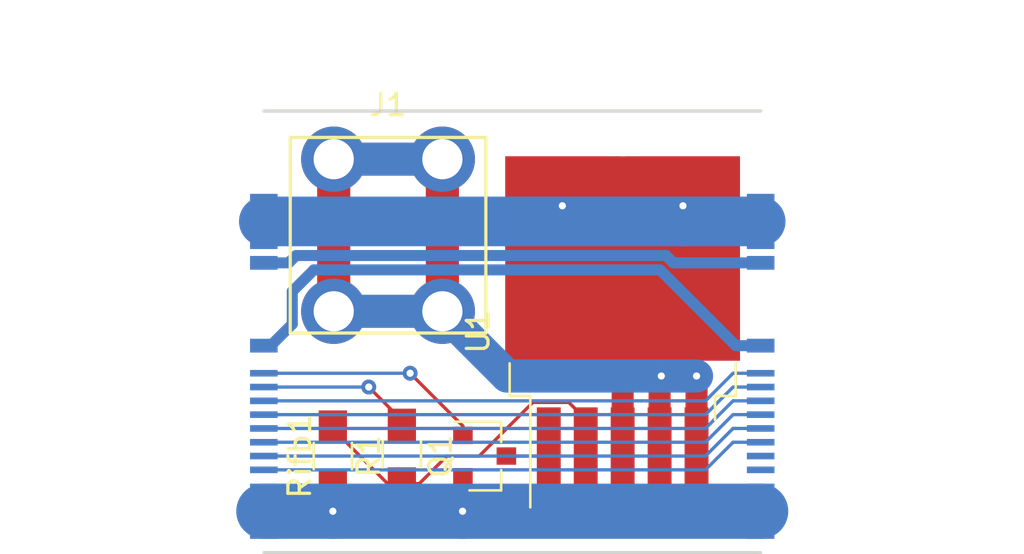
<source format=kicad_pcb>
(kicad_pcb (version 4) (host pcbnew 4.0.7-e2-6376~58~ubuntu16.04.1)

  (general
    (links 28)
    (no_connects 0)
    (area 119.152599 103.2126 166.597401 126.7574)
    (thickness 1.6)
    (drawings 3)
    (tracks 80)
    (zones 0)
    (modules 7)
    (nets 16)
  )

  (page A4)
  (layers
    (0 F.Cu signal)
    (31 B.Cu signal)
    (36 B.SilkS user)
    (37 F.SilkS user)
    (38 B.Mask user)
    (39 F.Mask user)
    (44 Edge.Cuts user)
    (49 F.Fab user)
  )

  (setup
    (last_trace_width 0.1524)
    (trace_clearance 0.1524)
    (zone_clearance 0.508)
    (zone_45_only no)
    (trace_min 0.1524)
    (segment_width 0.2)
    (edge_width 0.15)
    (via_size 0.6858)
    (via_drill 0.3302)
    (via_min_size 0.6858)
    (via_min_drill 0.3302)
    (uvia_size 0.6858)
    (uvia_drill 0.3302)
    (uvias_allowed no)
    (uvia_min_size 0)
    (uvia_min_drill 0)
    (pcb_text_width 0.3)
    (pcb_text_size 1.5 1.5)
    (mod_edge_width 0.15)
    (mod_text_size 1 1)
    (mod_text_width 0.15)
    (pad_size 1.524 1.524)
    (pad_drill 0.762)
    (pad_to_mask_clearance 0.0508)
    (aux_axis_origin 131.445 123.19)
    (visible_elements FFFFFF7F)
    (pcbplotparams
      (layerselection 0x010f0_80000001)
      (usegerberextensions false)
      (excludeedgelayer true)
      (linewidth 0.100000)
      (plotframeref false)
      (viasonmask false)
      (mode 1)
      (useauxorigin true)
      (hpglpennumber 1)
      (hpglpenspeed 20)
      (hpglpendiameter 15)
      (hpglpenoverlay 2)
      (psnegative false)
      (psa4output false)
      (plotreference true)
      (plotvalue true)
      (plotinvisibletext false)
      (padsonsilk false)
      (subtractmaskfromsilk false)
      (outputformat 1)
      (mirror false)
      (drillshape 0)
      (scaleselection 1)
      (outputdirectory gbr))
  )

  (net 0 "")
  (net 1 "Net-(J1-Pad1)")
  (net 2 "Net-(Q1-Pad1)")
  (net 3 GND)
  (net 4 "Net-(Q1-Pad3)")
  (net 5 "Net-(R1-Pad1)")
  (net 6 "Net-(R1-Pad2)")
  (net 7 +12V)
  (net 8 "Net-(X1-Pad3)")
  (net 9 "Net-(X1-Pad7)")
  (net 10 "Net-(X1-Pad8)")
  (net 11 "Net-(X1-Pad9)")
  (net 12 "Net-(X1-Pad10)")
  (net 13 "Net-(X1-Pad11)")
  (net 14 "Net-(X1-Pad12)")
  (net 15 VCC)

  (net_class Default "This is the default net class."
    (clearance 0.1524)
    (trace_width 0.1524)
    (via_dia 0.6858)
    (via_drill 0.3302)
    (uvia_dia 0.6858)
    (uvia_drill 0.3302)
    (add_net +12V)
    (add_net GND)
    (add_net "Net-(J1-Pad1)")
    (add_net "Net-(Q1-Pad1)")
    (add_net "Net-(Q1-Pad3)")
    (add_net "Net-(R1-Pad1)")
    (add_net "Net-(R1-Pad2)")
    (add_net "Net-(X1-Pad10)")
    (add_net "Net-(X1-Pad11)")
    (add_net "Net-(X1-Pad12)")
    (add_net "Net-(X1-Pad3)")
    (add_net "Net-(X1-Pad7)")
    (add_net "Net-(X1-Pad8)")
    (add_net "Net-(X1-Pad9)")
    (add_net VCC)
  )

  (module connectors:TERM_SCREW_M3 (layer F.Cu) (tedit 595A133F) (tstamp 5A5C1340)
    (at 137.16 110.49)
    (path /5A5C0B51)
    (fp_text reference J1 (at 0 -6) (layer F.SilkS)
      (effects (font (size 1 1) (thickness 0.15)))
    )
    (fp_text value Screw_Terminal_01x01 (at 0 5) (layer F.Fab)
      (effects (font (size 1 1) (thickness 0.15)))
    )
    (fp_line (start -5 -5) (end 5 -5) (layer F.CrtYd) (width 0.15))
    (fp_line (start -5 5) (end -5 -5) (layer F.CrtYd) (width 0.15))
    (fp_line (start 5 5) (end -5 5) (layer F.CrtYd) (width 0.15))
    (fp_line (start 5 -5) (end 5 5) (layer F.CrtYd) (width 0.15))
    (fp_line (start -4.5 4.5) (end -4.5 -4.5) (layer F.SilkS) (width 0.15))
    (fp_line (start 4.5 4.5) (end -4.5 4.5) (layer F.SilkS) (width 0.15))
    (fp_line (start 4.5 -4.5) (end 4.5 4.5) (layer F.SilkS) (width 0.15))
    (fp_line (start -4.5 -4.5) (end 4.5 -4.5) (layer F.SilkS) (width 0.15))
    (fp_circle (center 0 0) (end 1.5 0) (layer F.Fab) (width 0.15))
    (fp_line (start -3.937 -3.937) (end -3.937 3.937) (layer F.Fab) (width 0.15))
    (fp_line (start 3.937 -3.937) (end -3.937 -3.937) (layer F.Fab) (width 0.15))
    (fp_line (start 3.937 3.937) (end 3.937 -3.937) (layer F.Fab) (width 0.15))
    (fp_line (start -3.937 3.937) (end 3.937 3.937) (layer F.Fab) (width 0.15))
    (pad 1 thru_hole circle (at -2.5 -3.5) (size 3 3) (drill 1.85) (layers *.Cu *.Mask)
      (net 1 "Net-(J1-Pad1)"))
    (pad 1 thru_hole circle (at 2.5 -3.5) (size 3 3) (drill 1.85) (layers *.Cu *.Mask)
      (net 1 "Net-(J1-Pad1)"))
    (pad 1 thru_hole circle (at 2.5 3.5) (size 3 3) (drill 1.85) (layers *.Cu *.Mask)
      (net 1 "Net-(J1-Pad1)"))
    (pad 1 thru_hole circle (at -2.5 3.5) (size 3 3) (drill 1.85) (layers *.Cu *.Mask)
      (net 1 "Net-(J1-Pad1)"))
    (model keystone-PN7771.wrl
      (at (xyz 0 0 0))
      (scale (xyz 1 1 1))
      (rotate (xyz 0 0 0))
    )
  )

  (module TO_SOT_Packages_SMD:SOT-23 (layer F.Cu) (tedit 58CE4E7E) (tstamp 5A5C1347)
    (at 141.605 120.65)
    (descr "SOT-23, Standard")
    (tags SOT-23)
    (path /5A5C11A5)
    (attr smd)
    (fp_text reference Q1 (at -2.032 0 90) (layer F.SilkS)
      (effects (font (size 1 1) (thickness 0.15)))
    )
    (fp_text value NTR5103N (at 0 2.5) (layer F.Fab)
      (effects (font (size 1 1) (thickness 0.15)))
    )
    (fp_text user %R (at 0 0 90) (layer F.Fab)
      (effects (font (size 0.5 0.5) (thickness 0.075)))
    )
    (fp_line (start -0.7 -0.95) (end -0.7 1.5) (layer F.Fab) (width 0.1))
    (fp_line (start -0.15 -1.52) (end 0.7 -1.52) (layer F.Fab) (width 0.1))
    (fp_line (start -0.7 -0.95) (end -0.15 -1.52) (layer F.Fab) (width 0.1))
    (fp_line (start 0.7 -1.52) (end 0.7 1.52) (layer F.Fab) (width 0.1))
    (fp_line (start -0.7 1.52) (end 0.7 1.52) (layer F.Fab) (width 0.1))
    (fp_line (start 0.76 1.58) (end 0.76 0.65) (layer F.SilkS) (width 0.12))
    (fp_line (start 0.76 -1.58) (end 0.76 -0.65) (layer F.SilkS) (width 0.12))
    (fp_line (start -1.7 -1.75) (end 1.7 -1.75) (layer F.CrtYd) (width 0.05))
    (fp_line (start 1.7 -1.75) (end 1.7 1.75) (layer F.CrtYd) (width 0.05))
    (fp_line (start 1.7 1.75) (end -1.7 1.75) (layer F.CrtYd) (width 0.05))
    (fp_line (start -1.7 1.75) (end -1.7 -1.75) (layer F.CrtYd) (width 0.05))
    (fp_line (start 0.76 -1.58) (end -1.4 -1.58) (layer F.SilkS) (width 0.12))
    (fp_line (start 0.76 1.58) (end -0.7 1.58) (layer F.SilkS) (width 0.12))
    (pad 1 smd rect (at -1 -0.95) (size 0.9 0.8) (layers F.Cu F.Mask)
      (net 2 "Net-(Q1-Pad1)"))
    (pad 2 smd rect (at -1 0.95) (size 0.9 0.8) (layers F.Cu F.Mask)
      (net 3 GND))
    (pad 3 smd rect (at 1 0) (size 0.9 0.8) (layers F.Cu F.Mask)
      (net 4 "Net-(Q1-Pad3)"))
    (model ${KISYS3DMOD}/TO_SOT_Packages_SMD.3dshapes/SOT-23.wrl
      (at (xyz 0 0 0))
      (scale (xyz 1 1 1))
      (rotate (xyz 0 0 0))
    )
  )

  (module Resistors_SMD:R_0805_HandSoldering (layer F.Cu) (tedit 58E0A804) (tstamp 5A5C1358)
    (at 137.795 120.57 90)
    (descr "Resistor SMD 0805, hand soldering")
    (tags "resistor 0805")
    (path /5A5C0899)
    (attr smd)
    (fp_text reference R1 (at -0.08 -1.524 90) (layer F.SilkS)
      (effects (font (size 1 1) (thickness 0.15)))
    )
    (fp_text value 10K (at 0 1.75 90) (layer F.Fab)
      (effects (font (size 1 1) (thickness 0.15)))
    )
    (fp_text user %R (at 0 0 90) (layer F.Fab)
      (effects (font (size 0.5 0.5) (thickness 0.075)))
    )
    (fp_line (start -1 0.62) (end -1 -0.62) (layer F.Fab) (width 0.1))
    (fp_line (start 1 0.62) (end -1 0.62) (layer F.Fab) (width 0.1))
    (fp_line (start 1 -0.62) (end 1 0.62) (layer F.Fab) (width 0.1))
    (fp_line (start -1 -0.62) (end 1 -0.62) (layer F.Fab) (width 0.1))
    (fp_line (start 0.6 0.88) (end -0.6 0.88) (layer F.SilkS) (width 0.12))
    (fp_line (start -0.6 -0.88) (end 0.6 -0.88) (layer F.SilkS) (width 0.12))
    (fp_line (start -2.35 -0.9) (end 2.35 -0.9) (layer F.CrtYd) (width 0.05))
    (fp_line (start -2.35 -0.9) (end -2.35 0.9) (layer F.CrtYd) (width 0.05))
    (fp_line (start 2.35 0.9) (end 2.35 -0.9) (layer F.CrtYd) (width 0.05))
    (fp_line (start 2.35 0.9) (end -2.35 0.9) (layer F.CrtYd) (width 0.05))
    (pad 1 smd rect (at -1.35 0 90) (size 1.5 1.3) (layers F.Cu F.Mask)
      (net 5 "Net-(R1-Pad1)"))
    (pad 2 smd rect (at 1.35 0 90) (size 1.5 1.3) (layers F.Cu F.Mask)
      (net 6 "Net-(R1-Pad2)"))
    (model ${KISYS3DMOD}/Resistors_SMD.3dshapes/R_0805.wrl
      (at (xyz 0 0 0))
      (scale (xyz 1 1 1))
      (rotate (xyz 0 0 0))
    )
  )

  (module Resistors_SMD:R_0805_HandSoldering (layer F.Cu) (tedit 58E0A804) (tstamp 5A5C1369)
    (at 134.62 120.65 270)
    (descr "Resistor SMD 0805, hand soldering")
    (tags "resistor 0805")
    (path /5A5C0812)
    (attr smd)
    (fp_text reference Rifb1 (at 0 1.524 270) (layer F.SilkS)
      (effects (font (size 1 1) (thickness 0.15)))
    )
    (fp_text value 4K22 (at 0 1.75 270) (layer F.Fab)
      (effects (font (size 1 1) (thickness 0.15)))
    )
    (fp_text user %R (at 0 0 270) (layer F.Fab)
      (effects (font (size 0.5 0.5) (thickness 0.075)))
    )
    (fp_line (start -1 0.62) (end -1 -0.62) (layer F.Fab) (width 0.1))
    (fp_line (start 1 0.62) (end -1 0.62) (layer F.Fab) (width 0.1))
    (fp_line (start 1 -0.62) (end 1 0.62) (layer F.Fab) (width 0.1))
    (fp_line (start -1 -0.62) (end 1 -0.62) (layer F.Fab) (width 0.1))
    (fp_line (start 0.6 0.88) (end -0.6 0.88) (layer F.SilkS) (width 0.12))
    (fp_line (start -0.6 -0.88) (end 0.6 -0.88) (layer F.SilkS) (width 0.12))
    (fp_line (start -2.35 -0.9) (end 2.35 -0.9) (layer F.CrtYd) (width 0.05))
    (fp_line (start -2.35 -0.9) (end -2.35 0.9) (layer F.CrtYd) (width 0.05))
    (fp_line (start 2.35 0.9) (end 2.35 -0.9) (layer F.CrtYd) (width 0.05))
    (fp_line (start 2.35 0.9) (end -2.35 0.9) (layer F.CrtYd) (width 0.05))
    (pad 1 smd rect (at -1.35 0 270) (size 1.5 1.3) (layers F.Cu F.Mask)
      (net 5 "Net-(R1-Pad1)"))
    (pad 2 smd rect (at 1.35 0 270) (size 1.5 1.3) (layers F.Cu F.Mask)
      (net 3 GND))
    (model ${KISYS3DMOD}/Resistors_SMD.3dshapes/R_0805.wrl
      (at (xyz 0 0 0))
      (scale (xyz 1 1 1))
      (rotate (xyz 0 0 0))
    )
  )

  (module interface:interface (layer F.Cu) (tedit 597E72C6) (tstamp 5A5C1387)
    (at 131.445 105.41)
    (path /5A5C046E)
    (fp_text reference X1 (at 0 20.32) (layer F.SilkS) hide
      (effects (font (size 1 1) (thickness 0.15)))
    )
    (fp_text value interface (at 0 -1.27) (layer F.Fab) hide
      (effects (font (size 1 1) (thickness 0.15)))
    )
    (fp_line (start -5.715 4.445) (end -5.715 5.715) (layer F.Fab) (width 0.15))
    (fp_line (start -5.08 5.08) (end -6.35 5.08) (layer F.Fab) (width 0.15))
    (fp_line (start 5.715 4.445) (end 5.715 5.715) (layer F.Fab) (width 0.15))
    (fp_line (start 5.08 5.08) (end 6.35 5.08) (layer F.Fab) (width 0.15))
    (fp_line (start -11.43 -0.635) (end -11.43 0) (layer F.Fab) (width 0.15))
    (fp_line (start -12.065 -0.635) (end -10.795 -0.635) (layer F.Fab) (width 0.15))
    (fp_line (start -12.065 19.685) (end -10.795 19.685) (layer F.Fab) (width 0.15))
    (fp_line (start -11.43 19.685) (end -11.43 19.05) (layer F.Fab) (width 0.15))
    (fp_line (start 11.43 -0.635) (end 11.43 0) (layer F.Fab) (width 0.15))
    (fp_line (start 10.795 -0.635) (end 12.065 -0.635) (layer F.Fab) (width 0.15))
    (fp_line (start 0 -0.635) (end 0 0) (layer F.Fab) (width 0.15))
    (fp_line (start -0.635 -0.635) (end 0.635 -0.635) (layer F.Fab) (width 0.15))
    (fp_line (start 10.795 19.685) (end 12.065 19.685) (layer F.Fab) (width 0.15))
    (fp_line (start 11.43 19.685) (end 11.43 19.05) (layer F.Fab) (width 0.15))
    (fp_line (start 0 19.05) (end 0 19.685) (layer F.Fab) (width 0.15))
    (fp_line (start -0.635 19.685) (end 0.635 19.685) (layer F.Fab) (width 0.15))
    (pad 1 smd rect (at 0 4.445) (size 1.27 2.54) (layers B.Cu)
      (net 7 +12V))
    (pad 2 smd rect (at 0 17.78) (size 1.27 2.54) (layers B.Cu)
      (net 3 GND))
    (pad 3 smd rect (at 0 6.35) (size 1.27 0.635) (layers B.Cu)
      (net 8 "Net-(X1-Pad3)"))
    (pad 5 smd rect (at 0 11.43) (size 1.27 0.3048) (layers B.Cu)
      (net 2 "Net-(Q1-Pad1)"))
    (pad 6 smd rect (at 0 12.065) (size 1.27 0.3048) (layers B.Cu)
      (net 6 "Net-(R1-Pad2)"))
    (pad 7 smd rect (at 0 12.7) (size 1.27 0.3048) (layers B.Cu)
      (net 9 "Net-(X1-Pad7)"))
    (pad 8 smd rect (at 0 13.335) (size 1.27 0.3048) (layers B.Cu)
      (net 10 "Net-(X1-Pad8)"))
    (pad 9 smd rect (at 0 13.97) (size 1.27 0.3048) (layers B.Cu)
      (net 11 "Net-(X1-Pad9)"))
    (pad 10 smd rect (at 0 14.605) (size 1.27 0.3048) (layers B.Cu)
      (net 12 "Net-(X1-Pad10)"))
    (pad 11 smd rect (at 0 15.24) (size 1.27 0.3048) (layers B.Cu)
      (net 13 "Net-(X1-Pad11)"))
    (pad 12 smd rect (at 0 15.875) (size 1.27 0.3048) (layers B.Cu)
      (net 14 "Net-(X1-Pad12)"))
    (pad 4 smd rect (at 0 10.16) (size 1.27 0.635) (layers B.Cu)
      (net 15 VCC))
  )

  (module interface:interface (layer F.Cu) (tedit 597E72C6) (tstamp 5A5C1397)
    (at 154.305 105.41)
    (path /5A5C0515)
    (fp_text reference X2 (at 0 20.32) (layer F.SilkS) hide
      (effects (font (size 1 1) (thickness 0.15)))
    )
    (fp_text value interface (at 0 -1.27) (layer F.Fab) hide
      (effects (font (size 1 1) (thickness 0.15)))
    )
    (fp_line (start -5.715 4.445) (end -5.715 5.715) (layer F.Fab) (width 0.15))
    (fp_line (start -5.08 5.08) (end -6.35 5.08) (layer F.Fab) (width 0.15))
    (fp_line (start 5.715 4.445) (end 5.715 5.715) (layer F.Fab) (width 0.15))
    (fp_line (start 5.08 5.08) (end 6.35 5.08) (layer F.Fab) (width 0.15))
    (fp_line (start -11.43 -0.635) (end -11.43 0) (layer F.Fab) (width 0.15))
    (fp_line (start -12.065 -0.635) (end -10.795 -0.635) (layer F.Fab) (width 0.15))
    (fp_line (start -12.065 19.685) (end -10.795 19.685) (layer F.Fab) (width 0.15))
    (fp_line (start -11.43 19.685) (end -11.43 19.05) (layer F.Fab) (width 0.15))
    (fp_line (start 11.43 -0.635) (end 11.43 0) (layer F.Fab) (width 0.15))
    (fp_line (start 10.795 -0.635) (end 12.065 -0.635) (layer F.Fab) (width 0.15))
    (fp_line (start 0 -0.635) (end 0 0) (layer F.Fab) (width 0.15))
    (fp_line (start -0.635 -0.635) (end 0.635 -0.635) (layer F.Fab) (width 0.15))
    (fp_line (start 10.795 19.685) (end 12.065 19.685) (layer F.Fab) (width 0.15))
    (fp_line (start 11.43 19.685) (end 11.43 19.05) (layer F.Fab) (width 0.15))
    (fp_line (start 0 19.05) (end 0 19.685) (layer F.Fab) (width 0.15))
    (fp_line (start -0.635 19.685) (end 0.635 19.685) (layer F.Fab) (width 0.15))
    (pad 1 smd rect (at 0 4.445) (size 1.27 2.54) (layers B.Cu)
      (net 7 +12V))
    (pad 2 smd rect (at 0 17.78) (size 1.27 2.54) (layers B.Cu)
      (net 3 GND))
    (pad 3 smd rect (at 0 6.35) (size 1.27 0.635) (layers B.Cu)
      (net 8 "Net-(X1-Pad3)"))
    (pad 5 smd rect (at 0 11.43) (size 1.27 0.3048) (layers B.Cu)
      (net 9 "Net-(X1-Pad7)"))
    (pad 6 smd rect (at 0 12.065) (size 1.27 0.3048) (layers B.Cu)
      (net 10 "Net-(X1-Pad8)"))
    (pad 7 smd rect (at 0 12.7) (size 1.27 0.3048) (layers B.Cu)
      (net 11 "Net-(X1-Pad9)"))
    (pad 8 smd rect (at 0 13.335) (size 1.27 0.3048) (layers B.Cu)
      (net 12 "Net-(X1-Pad10)"))
    (pad 9 smd rect (at 0 13.97) (size 1.27 0.3048) (layers B.Cu)
      (net 13 "Net-(X1-Pad11)"))
    (pad 10 smd rect (at 0 14.605) (size 1.27 0.3048) (layers B.Cu)
      (net 14 "Net-(X1-Pad12)"))
    (pad 11 smd rect (at 0 15.24) (size 1.27 0.3048) (layers B.Cu))
    (pad 12 smd rect (at 0 15.875) (size 1.27 0.3048) (layers B.Cu))
    (pad 4 smd rect (at 0 10.16) (size 1.27 0.635) (layers B.Cu)
      (net 15 VCC))
  )

  (module TO_SOT_Packages_SMD:TO-263-5_TabPin3 (layer F.Cu) (tedit 590079C0) (tstamp 5A5D3CF3)
    (at 147.955 114.935 90)
    (descr "TO-263 / D2PAK / DDPAK SMD package, http://www.infineon.com/cms/en/product/packages/PG-TO263/PG-TO263-5-1/")
    (tags "D2PAK DDPAK TO-263 D2PAK-5 TO-263-5 SOT-426")
    (path /5A5C03C2)
    (attr smd)
    (fp_text reference U1 (at 0 -6.65 90) (layer F.SilkS)
      (effects (font (size 1 1) (thickness 0.15)))
    )
    (fp_text value AUIPS7111S (at 0 6.65 90) (layer F.Fab)
      (effects (font (size 1 1) (thickness 0.15)))
    )
    (fp_line (start 6.5 -5) (end 7.5 -5) (layer F.Fab) (width 0.1))
    (fp_line (start 7.5 -5) (end 7.5 5) (layer F.Fab) (width 0.1))
    (fp_line (start 7.5 5) (end 6.5 5) (layer F.Fab) (width 0.1))
    (fp_line (start 6.5 -5) (end 6.5 5) (layer F.Fab) (width 0.1))
    (fp_line (start 6.5 5) (end -2.75 5) (layer F.Fab) (width 0.1))
    (fp_line (start -2.75 5) (end -2.75 -4) (layer F.Fab) (width 0.1))
    (fp_line (start -2.75 -4) (end -1.75 -5) (layer F.Fab) (width 0.1))
    (fp_line (start -1.75 -5) (end 6.5 -5) (layer F.Fab) (width 0.1))
    (fp_line (start -2.75 -3.8) (end -7.45 -3.8) (layer F.Fab) (width 0.1))
    (fp_line (start -7.45 -3.8) (end -7.45 -3) (layer F.Fab) (width 0.1))
    (fp_line (start -7.45 -3) (end -2.75 -3) (layer F.Fab) (width 0.1))
    (fp_line (start -2.75 -2.1) (end -7.45 -2.1) (layer F.Fab) (width 0.1))
    (fp_line (start -7.45 -2.1) (end -7.45 -1.3) (layer F.Fab) (width 0.1))
    (fp_line (start -7.45 -1.3) (end -2.75 -1.3) (layer F.Fab) (width 0.1))
    (fp_line (start -2.75 -0.4) (end -7.45 -0.4) (layer F.Fab) (width 0.1))
    (fp_line (start -7.45 -0.4) (end -7.45 0.4) (layer F.Fab) (width 0.1))
    (fp_line (start -7.45 0.4) (end -2.75 0.4) (layer F.Fab) (width 0.1))
    (fp_line (start -2.75 1.3) (end -7.45 1.3) (layer F.Fab) (width 0.1))
    (fp_line (start -7.45 1.3) (end -7.45 2.1) (layer F.Fab) (width 0.1))
    (fp_line (start -7.45 2.1) (end -2.75 2.1) (layer F.Fab) (width 0.1))
    (fp_line (start -2.75 3) (end -7.45 3) (layer F.Fab) (width 0.1))
    (fp_line (start -7.45 3) (end -7.45 3.8) (layer F.Fab) (width 0.1))
    (fp_line (start -7.45 3.8) (end -2.75 3.8) (layer F.Fab) (width 0.1))
    (fp_line (start -1.45 -5.2) (end -2.95 -5.2) (layer F.SilkS) (width 0.12))
    (fp_line (start -2.95 -5.2) (end -2.95 -4.25) (layer F.SilkS) (width 0.12))
    (fp_line (start -2.95 -4.25) (end -8.075 -4.25) (layer F.SilkS) (width 0.12))
    (fp_line (start -1.45 5.2) (end -2.95 5.2) (layer F.SilkS) (width 0.12))
    (fp_line (start -2.95 5.2) (end -2.95 4.25) (layer F.SilkS) (width 0.12))
    (fp_line (start -2.95 4.25) (end -4.05 4.25) (layer F.SilkS) (width 0.12))
    (fp_line (start -8.32 -5.65) (end -8.32 5.65) (layer F.CrtYd) (width 0.05))
    (fp_line (start -8.32 5.65) (end 8.32 5.65) (layer F.CrtYd) (width 0.05))
    (fp_line (start 8.32 5.65) (end 8.32 -5.65) (layer F.CrtYd) (width 0.05))
    (fp_line (start 8.32 -5.65) (end -8.32 -5.65) (layer F.CrtYd) (width 0.05))
    (fp_text user %R (at 0 0 90) (layer F.Fab)
      (effects (font (size 1 1) (thickness 0.15)))
    )
    (pad 1 smd rect (at -5.775 -3.4 90) (size 4.6 1.1) (layers F.Cu F.Mask)
      (net 4 "Net-(Q1-Pad3)"))
    (pad 2 smd rect (at -5.775 -1.7 90) (size 4.6 1.1) (layers F.Cu F.Mask)
      (net 5 "Net-(R1-Pad1)"))
    (pad 3 smd rect (at -5.775 0 90) (size 4.6 1.1) (layers F.Cu F.Mask)
      (net 7 +12V))
    (pad 4 smd rect (at -5.775 1.7 90) (size 4.6 1.1) (layers F.Cu F.Mask)
      (net 1 "Net-(J1-Pad1)"))
    (pad 5 smd rect (at -5.775 3.4 90) (size 4.6 1.1) (layers F.Cu F.Mask)
      (net 1 "Net-(J1-Pad1)"))
    (pad 3 smd rect (at 3.375 0 90) (size 9.4 10.8) (layers F.Cu F.Mask)
      (net 7 +12V))
    (pad 3 smd rect (at 5.8 2.775 90) (size 4.55 5.25) (layers F.Cu)
      (net 7 +12V))
    (pad 3 smd rect (at 0.95 -2.775 90) (size 4.55 5.25) (layers F.Cu)
      (net 7 +12V))
    (pad 3 smd rect (at 5.8 -2.775 90) (size 4.55 5.25) (layers F.Cu)
      (net 7 +12V))
    (pad 3 smd rect (at 0.95 2.775 90) (size 4.55 5.25) (layers F.Cu)
      (net 7 +12V))
    (model ${KISYS3DMOD}/TO_SOT_Packages_SMD.3dshapes/TO-263-5_TabPin3.wrl
      (at (xyz 0 0 0))
      (scale (xyz 1 1 1))
      (rotate (xyz 0 0 0))
    )
  )

  (dimension 22.86 (width 0.3) (layer F.Fab)
    (gr_text "0.9000 in" (at 142.875 101.52) (layer F.Fab)
      (effects (font (size 1.5 1.5) (thickness 0.3)))
    )
    (feature1 (pts (xy 154.305 104.775) (xy 154.305 100.17)))
    (feature2 (pts (xy 131.445 104.775) (xy 131.445 100.17)))
    (crossbar (pts (xy 131.445 102.87) (xy 154.305 102.87)))
    (arrow1a (pts (xy 154.305 102.87) (xy 153.178496 103.456421)))
    (arrow1b (pts (xy 154.305 102.87) (xy 153.178496 102.283579)))
    (arrow2a (pts (xy 131.445 102.87) (xy 132.571504 103.456421)))
    (arrow2b (pts (xy 131.445 102.87) (xy 132.571504 102.283579)))
  )
  (gr_line (start 154.305 125.095) (end 131.445 125.095) (layer Edge.Cuts) (width 0.15))
  (gr_line (start 131.445 104.775) (end 154.305 104.775) (layer Edge.Cuts) (width 0.15))

  (segment (start 134.66 106.99) (end 134.66 113.99) (width 1.524) (layer F.Cu) (net 1))
  (segment (start 139.66 106.99) (end 139.66 113.99) (width 1.524) (layer F.Cu) (net 1))
  (segment (start 139.66 113.99) (end 134.66 113.99) (width 1.524) (layer B.Cu) (net 1))
  (segment (start 139.66 106.99) (end 134.66 106.99) (width 1.524) (layer B.Cu) (net 1))
  (segment (start 149.733 116.967) (end 142.637 116.967) (width 1.524) (layer B.Cu) (net 1))
  (segment (start 142.637 116.967) (end 139.66 113.99) (width 1.524) (layer B.Cu) (net 1))
  (segment (start 151.355 116.967) (end 149.733 116.967) (width 1.524) (layer B.Cu) (net 1))
  (segment (start 149.655 120.71) (end 149.655 117.045) (width 1.016) (layer F.Cu) (net 1))
  (segment (start 149.655 117.045) (end 149.733 116.967) (width 1.016) (layer F.Cu) (net 1))
  (via (at 149.733 116.967) (size 0.6858) (drill 0.3302) (layers F.Cu B.Cu) (net 1))
  (via (at 151.355 116.967) (size 0.6858) (drill 0.3302) (layers F.Cu B.Cu) (net 1))
  (segment (start 151.355 120.71) (end 151.355 116.967) (width 1.016) (layer F.Cu) (net 1))
  (segment (start 138.176 116.84) (end 140.605 119.269) (width 0.1524) (layer F.Cu) (net 2))
  (segment (start 140.605 119.269) (end 140.605 119.7) (width 0.1524) (layer F.Cu) (net 2))
  (segment (start 131.445 116.84) (end 138.176 116.84) (width 0.1524) (layer B.Cu) (net 2))
  (via (at 138.176 116.84) (size 0.6858) (drill 0.3302) (layers F.Cu B.Cu) (net 2))
  (segment (start 134.62 123.19) (end 140.589 123.19) (width 2.54) (layer B.Cu) (net 3))
  (segment (start 140.589 123.19) (end 154.305 123.19) (width 2.54) (layer B.Cu) (net 3))
  (segment (start 140.605 121.6) (end 140.605 123.174) (width 0.1524) (layer F.Cu) (net 3))
  (segment (start 140.605 123.174) (end 140.589 123.19) (width 0.1524) (layer F.Cu) (net 3))
  (via (at 140.589 123.19) (size 0.6858) (drill 0.3302) (layers F.Cu B.Cu) (net 3))
  (segment (start 131.445 123.19) (end 134.62 123.19) (width 2.54) (layer B.Cu) (net 3))
  (segment (start 134.62 122) (end 134.62 123.19) (width 0.1524) (layer F.Cu) (net 3))
  (via (at 134.62 123.19) (size 0.6858) (drill 0.3302) (layers F.Cu B.Cu) (net 3))
  (segment (start 142.605 120.65) (end 144.495 120.65) (width 0.1524) (layer F.Cu) (net 4))
  (segment (start 144.495 120.65) (end 144.555 120.71) (width 0.1524) (layer F.Cu) (net 4))
  (segment (start 137.795 121.92) (end 138.5974 121.92) (width 0.1524) (layer F.Cu) (net 5))
  (segment (start 138.5974 121.92) (end 139.8674 120.65) (width 0.1524) (layer F.Cu) (net 5))
  (segment (start 139.8674 120.65) (end 141.353518 120.65) (width 0.1524) (layer F.Cu) (net 5))
  (segment (start 141.353518 120.65) (end 143.822119 118.181399) (width 0.1524) (layer F.Cu) (net 5))
  (segment (start 143.822119 118.181399) (end 145.476399 118.181399) (width 0.1524) (layer F.Cu) (net 5))
  (segment (start 145.476399 118.181399) (end 146.255 118.96) (width 0.1524) (layer F.Cu) (net 5))
  (segment (start 146.255 118.96) (end 146.255 120.71) (width 0.1524) (layer F.Cu) (net 5))
  (segment (start 134.62 119.3) (end 134.62 119.4) (width 0.1524) (layer F.Cu) (net 5))
  (segment (start 134.62 119.4) (end 137.14 121.92) (width 0.1524) (layer F.Cu) (net 5))
  (segment (start 137.14 121.92) (end 137.795 121.92) (width 0.1524) (layer F.Cu) (net 5))
  (segment (start 136.271 117.475) (end 137.795 118.999) (width 0.1524) (layer F.Cu) (net 6))
  (segment (start 137.795 118.999) (end 137.795 119.22) (width 0.1524) (layer F.Cu) (net 6))
  (segment (start 131.445 117.475) (end 136.271 117.475) (width 0.1524) (layer B.Cu) (net 6))
  (via (at 136.271 117.475) (size 0.6858) (drill 0.3302) (layers F.Cu B.Cu) (net 6))
  (segment (start 131.445 109.855) (end 150.749 109.855) (width 2.286) (layer B.Cu) (net 7))
  (segment (start 150.749 109.855) (end 154.305 109.855) (width 2.286) (layer B.Cu) (net 7))
  (segment (start 150.73 109.135) (end 150.73 109.836) (width 0.1524) (layer B.Cu) (net 7))
  (segment (start 150.73 109.836) (end 150.749 109.855) (width 0.1524) (layer B.Cu) (net 7))
  (via (at 150.73 109.135) (size 0.6858) (drill 0.3302) (layers F.Cu B.Cu) (net 7))
  (via (at 145.18 109.135) (size 0.6858) (drill 0.3302) (layers F.Cu B.Cu) (net 7))
  (segment (start 147.955 120.71) (end 147.955 114.3) (width 1.016) (layer F.Cu) (net 7))
  (segment (start 147.955 114.3) (end 145.495 114.3) (width 1.016) (layer F.Cu) (net 7))
  (segment (start 145.495 114.3) (end 145.18 113.985) (width 1.016) (layer F.Cu) (net 7))
  (segment (start 154.305 111.76) (end 150.28596 111.76) (width 0.508) (layer B.Cu) (net 8))
  (segment (start 150.28596 111.76) (end 149.949149 111.423189) (width 0.508) (layer B.Cu) (net 8))
  (segment (start 149.949149 111.423189) (end 132.924811 111.423189) (width 0.508) (layer B.Cu) (net 8))
  (segment (start 132.924811 111.423189) (end 132.588 111.76) (width 0.508) (layer B.Cu) (net 8))
  (segment (start 132.588 111.76) (end 131.445 111.76) (width 0.508) (layer B.Cu) (net 8))
  (segment (start 131.445 118.11) (end 151.765 118.11) (width 0.1524) (layer B.Cu) (net 9))
  (segment (start 151.765 118.11) (end 153.035 116.84) (width 0.1524) (layer B.Cu) (net 9))
  (segment (start 153.035 116.84) (end 154.305 116.84) (width 0.1524) (layer B.Cu) (net 9))
  (segment (start 131.445 118.745) (end 151.765 118.745) (width 0.1524) (layer B.Cu) (net 10))
  (segment (start 151.765 118.745) (end 153.035 117.475) (width 0.1524) (layer B.Cu) (net 10))
  (segment (start 153.035 117.475) (end 154.305 117.475) (width 0.1524) (layer B.Cu) (net 10))
  (segment (start 131.445 119.38) (end 151.765 119.38) (width 0.1524) (layer B.Cu) (net 11))
  (segment (start 151.765 119.38) (end 153.035 118.11) (width 0.1524) (layer B.Cu) (net 11))
  (segment (start 153.035 118.11) (end 154.305 118.11) (width 0.1524) (layer B.Cu) (net 11))
  (segment (start 131.445 120.015) (end 151.765 120.015) (width 0.1524) (layer B.Cu) (net 12))
  (segment (start 151.765 120.015) (end 153.035 118.745) (width 0.1524) (layer B.Cu) (net 12))
  (segment (start 153.035 118.745) (end 154.305 118.745) (width 0.1524) (layer B.Cu) (net 12))
  (segment (start 131.445 120.65) (end 151.765 120.65) (width 0.1524) (layer B.Cu) (net 13))
  (segment (start 151.765 120.65) (end 153.035 119.38) (width 0.1524) (layer B.Cu) (net 13))
  (segment (start 153.035 119.38) (end 153.14168 119.38) (width 0.1524) (layer B.Cu) (net 13))
  (segment (start 153.14168 119.38) (end 154.305 119.38) (width 0.1524) (layer B.Cu) (net 13))
  (segment (start 131.445 121.285) (end 151.765 121.285) (width 0.1524) (layer B.Cu) (net 14))
  (segment (start 153.035 120.015) (end 154.305 120.015) (width 0.1524) (layer B.Cu) (net 14))
  (segment (start 151.765 121.285) (end 153.035 120.015) (width 0.1524) (layer B.Cu) (net 14))
  (segment (start 131.445 115.57) (end 131.7625 115.57) (width 0.508) (layer B.Cu) (net 15))
  (segment (start 132.753599 113.074927) (end 133.744927 112.083599) (width 0.508) (layer B.Cu) (net 15))
  (segment (start 131.7625 115.57) (end 132.753599 114.578901) (width 0.508) (layer B.Cu) (net 15))
  (segment (start 132.753599 114.578901) (end 132.753599 113.074927) (width 0.508) (layer B.Cu) (net 15))
  (segment (start 133.744927 112.083599) (end 149.675599 112.083599) (width 0.508) (layer B.Cu) (net 15))
  (segment (start 149.675599 112.083599) (end 153.162 115.57) (width 0.508) (layer B.Cu) (net 15))
  (segment (start 153.162 115.57) (end 154.305 115.57) (width 0.508) (layer B.Cu) (net 15))

)

</source>
